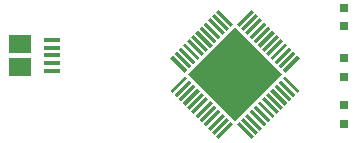
<source format=gbr>
G04 #@! TF.FileFunction,Paste,Top*
%FSLAX46Y46*%
G04 Gerber Fmt 4.6, Leading zero omitted, Abs format (unit mm)*
G04 Created by KiCad (PCBNEW 4.0.7) date 10/12/17 20:38:22*
%MOMM*%
%LPD*%
G01*
G04 APERTURE LIST*
%ADD10C,0.100000*%
%ADD11R,0.800000X0.800000*%
%ADD12R,1.900000X1.500000*%
%ADD13R,1.350000X0.400000*%
G04 APERTURE END LIST*
D10*
G36*
X155321000Y-108074398D02*
X151361202Y-104114600D01*
X155321000Y-100154802D01*
X159280798Y-104114600D01*
X155321000Y-108074398D01*
X155321000Y-108074398D01*
G37*
G36*
X151078359Y-103973178D02*
X149840923Y-102735742D01*
X150053055Y-102523610D01*
X151290491Y-103761046D01*
X151078359Y-103973178D01*
X151078359Y-103973178D01*
G37*
G36*
X151431912Y-103619625D02*
X150194476Y-102382189D01*
X150406608Y-102170057D01*
X151644044Y-103407493D01*
X151431912Y-103619625D01*
X151431912Y-103619625D01*
G37*
G36*
X151785466Y-103266071D02*
X150548030Y-102028635D01*
X150760162Y-101816503D01*
X151997598Y-103053939D01*
X151785466Y-103266071D01*
X151785466Y-103266071D01*
G37*
G36*
X152139019Y-102912518D02*
X150901583Y-101675082D01*
X151113715Y-101462950D01*
X152351151Y-102700386D01*
X152139019Y-102912518D01*
X152139019Y-102912518D01*
G37*
G36*
X152492572Y-102558965D02*
X151255136Y-101321529D01*
X151467268Y-101109397D01*
X152704704Y-102346833D01*
X152492572Y-102558965D01*
X152492572Y-102558965D01*
G37*
G36*
X151820822Y-100755843D02*
X153058258Y-101993279D01*
X152846126Y-102205411D01*
X151608690Y-100967975D01*
X151820822Y-100755843D01*
X151820822Y-100755843D01*
G37*
G36*
X153199679Y-101851858D02*
X151962243Y-100614422D01*
X152174375Y-100402290D01*
X153411811Y-101639726D01*
X153199679Y-101851858D01*
X153199679Y-101851858D01*
G37*
G36*
X153553233Y-101498304D02*
X152315797Y-100260868D01*
X152527929Y-100048736D01*
X153765365Y-101286172D01*
X153553233Y-101498304D01*
X153553233Y-101498304D01*
G37*
G36*
X153906786Y-101144751D02*
X152669350Y-99907315D01*
X152881482Y-99695183D01*
X154118918Y-100932619D01*
X153906786Y-101144751D01*
X153906786Y-101144751D01*
G37*
G36*
X154260339Y-100791198D02*
X153022903Y-99553762D01*
X153235035Y-99341630D01*
X154472471Y-100579066D01*
X154260339Y-100791198D01*
X154260339Y-100791198D01*
G37*
G36*
X154613893Y-100437644D02*
X153376457Y-99200208D01*
X153588589Y-98988076D01*
X154826025Y-100225512D01*
X154613893Y-100437644D01*
X154613893Y-100437644D01*
G37*
G36*
X154967446Y-100084091D02*
X153730010Y-98846655D01*
X153942142Y-98634523D01*
X155179578Y-99871959D01*
X154967446Y-100084091D01*
X154967446Y-100084091D01*
G37*
G36*
X153411811Y-106589474D02*
X152174375Y-107826910D01*
X151962243Y-107614778D01*
X153199679Y-106377342D01*
X153411811Y-106589474D01*
X153411811Y-106589474D01*
G37*
G36*
X153058258Y-106235921D02*
X151820822Y-107473357D01*
X151608690Y-107261225D01*
X152846126Y-106023789D01*
X153058258Y-106235921D01*
X153058258Y-106235921D01*
G37*
G36*
X152704704Y-105882367D02*
X151467268Y-107119803D01*
X151255136Y-106907671D01*
X152492572Y-105670235D01*
X152704704Y-105882367D01*
X152704704Y-105882367D01*
G37*
G36*
X152351151Y-105528814D02*
X151113715Y-106766250D01*
X150901583Y-106554118D01*
X152139019Y-105316682D01*
X152351151Y-105528814D01*
X152351151Y-105528814D01*
G37*
G36*
X151997598Y-105175261D02*
X150760162Y-106412697D01*
X150548030Y-106200565D01*
X151785466Y-104963129D01*
X151997598Y-105175261D01*
X151997598Y-105175261D01*
G37*
G36*
X151644044Y-104821707D02*
X150406608Y-106059143D01*
X150194476Y-105847011D01*
X151431912Y-104609575D01*
X151644044Y-104821707D01*
X151644044Y-104821707D01*
G37*
G36*
X153765365Y-106943028D02*
X152527929Y-108180464D01*
X152315797Y-107968332D01*
X153553233Y-106730896D01*
X153765365Y-106943028D01*
X153765365Y-106943028D01*
G37*
G36*
X151290491Y-104468154D02*
X150053055Y-105705590D01*
X149840923Y-105493458D01*
X151078359Y-104256022D01*
X151290491Y-104468154D01*
X151290491Y-104468154D01*
G37*
G36*
X154118918Y-107296581D02*
X152881482Y-108534017D01*
X152669350Y-108321885D01*
X153906786Y-107084449D01*
X154118918Y-107296581D01*
X154118918Y-107296581D01*
G37*
G36*
X154472471Y-107650134D02*
X153235035Y-108887570D01*
X153022903Y-108675438D01*
X154260339Y-107438002D01*
X154472471Y-107650134D01*
X154472471Y-107650134D01*
G37*
G36*
X154826025Y-108003688D02*
X153588589Y-109241124D01*
X153376457Y-109028992D01*
X154613893Y-107791556D01*
X154826025Y-108003688D01*
X154826025Y-108003688D01*
G37*
G36*
X155179578Y-108357241D02*
X153942142Y-109594677D01*
X153730010Y-109382545D01*
X154967446Y-108145109D01*
X155179578Y-108357241D01*
X155179578Y-108357241D01*
G37*
G36*
X158821178Y-107473357D02*
X157583742Y-106235921D01*
X157795874Y-106023789D01*
X159033310Y-107261225D01*
X158821178Y-107473357D01*
X158821178Y-107473357D01*
G37*
G36*
X158467625Y-107826910D02*
X157230189Y-106589474D01*
X157442321Y-106377342D01*
X158679757Y-107614778D01*
X158467625Y-107826910D01*
X158467625Y-107826910D01*
G37*
G36*
X158114071Y-108180464D02*
X156876635Y-106943028D01*
X157088767Y-106730896D01*
X158326203Y-107968332D01*
X158114071Y-108180464D01*
X158114071Y-108180464D01*
G37*
G36*
X157760518Y-108534017D02*
X156523082Y-107296581D01*
X156735214Y-107084449D01*
X157972650Y-108321885D01*
X157760518Y-108534017D01*
X157760518Y-108534017D01*
G37*
G36*
X157406965Y-108887570D02*
X156169529Y-107650134D01*
X156381661Y-107438002D01*
X157619097Y-108675438D01*
X157406965Y-108887570D01*
X157406965Y-108887570D01*
G37*
G36*
X157053411Y-109241124D02*
X155815975Y-108003688D01*
X156028107Y-107791556D01*
X157265543Y-109028992D01*
X157053411Y-109241124D01*
X157053411Y-109241124D01*
G37*
G36*
X156699858Y-109594677D02*
X155462422Y-108357241D01*
X155674554Y-108145109D01*
X156911990Y-109382545D01*
X156699858Y-109594677D01*
X156699858Y-109594677D01*
G37*
G36*
X159174732Y-107119803D02*
X157937296Y-105882367D01*
X158149428Y-105670235D01*
X159386864Y-106907671D01*
X159174732Y-107119803D01*
X159174732Y-107119803D01*
G37*
G36*
X159528285Y-106766250D02*
X158290849Y-105528814D01*
X158502981Y-105316682D01*
X159740417Y-106554118D01*
X159528285Y-106766250D01*
X159528285Y-106766250D01*
G37*
G36*
X159881838Y-106412697D02*
X158644402Y-105175261D01*
X158856534Y-104963129D01*
X160093970Y-106200565D01*
X159881838Y-106412697D01*
X159881838Y-106412697D01*
G37*
G36*
X160235392Y-106059143D02*
X158997956Y-104821707D01*
X159210088Y-104609575D01*
X160447524Y-105847011D01*
X160235392Y-106059143D01*
X160235392Y-106059143D01*
G37*
G36*
X160588945Y-105705590D02*
X159351509Y-104468154D01*
X159563641Y-104256022D01*
X160801077Y-105493458D01*
X160588945Y-105705590D01*
X160588945Y-105705590D01*
G37*
G36*
X158679757Y-100614422D02*
X157442321Y-101851858D01*
X157230189Y-101639726D01*
X158467625Y-100402290D01*
X158679757Y-100614422D01*
X158679757Y-100614422D01*
G37*
G36*
X159033310Y-100967975D02*
X157795874Y-102205411D01*
X157583742Y-101993279D01*
X158821178Y-100755843D01*
X159033310Y-100967975D01*
X159033310Y-100967975D01*
G37*
G36*
X158326203Y-100260868D02*
X157088767Y-101498304D01*
X156876635Y-101286172D01*
X158114071Y-100048736D01*
X158326203Y-100260868D01*
X158326203Y-100260868D01*
G37*
G36*
X157972650Y-99907315D02*
X156735214Y-101144751D01*
X156523082Y-100932619D01*
X157760518Y-99695183D01*
X157972650Y-99907315D01*
X157972650Y-99907315D01*
G37*
G36*
X157619097Y-99553762D02*
X156381661Y-100791198D01*
X156169529Y-100579066D01*
X157406965Y-99341630D01*
X157619097Y-99553762D01*
X157619097Y-99553762D01*
G37*
G36*
X157265543Y-99200208D02*
X156028107Y-100437644D01*
X155815975Y-100225512D01*
X157053411Y-98988076D01*
X157265543Y-99200208D01*
X157265543Y-99200208D01*
G37*
G36*
X156911990Y-98846655D02*
X155674554Y-100084091D01*
X155462422Y-99871959D01*
X156699858Y-98634523D01*
X156911990Y-98846655D01*
X156911990Y-98846655D01*
G37*
G36*
X159386864Y-101321529D02*
X158149428Y-102558965D01*
X157937296Y-102346833D01*
X159174732Y-101109397D01*
X159386864Y-101321529D01*
X159386864Y-101321529D01*
G37*
G36*
X159740417Y-101675082D02*
X158502981Y-102912518D01*
X158290849Y-102700386D01*
X159528285Y-101462950D01*
X159740417Y-101675082D01*
X159740417Y-101675082D01*
G37*
G36*
X160093970Y-102028635D02*
X158856534Y-103266071D01*
X158644402Y-103053939D01*
X159881838Y-101816503D01*
X160093970Y-102028635D01*
X160093970Y-102028635D01*
G37*
G36*
X160447524Y-102382189D02*
X159210088Y-103619625D01*
X158997956Y-103407493D01*
X160235392Y-102170057D01*
X160447524Y-102382189D01*
X160447524Y-102382189D01*
G37*
G36*
X160801077Y-102735742D02*
X159563641Y-103973178D01*
X159351509Y-103761046D01*
X160588945Y-102523610D01*
X160801077Y-102735742D01*
X160801077Y-102735742D01*
G37*
D11*
X164541200Y-98463200D03*
X164541200Y-100063200D03*
X164541200Y-102717600D03*
X164541200Y-104317600D03*
D12*
X137089400Y-103514400D03*
D13*
X139789400Y-101864400D03*
X139789400Y-101214400D03*
X139789400Y-103814400D03*
X139789400Y-103164400D03*
X139789400Y-102514400D03*
D12*
X137089400Y-101514400D03*
D11*
X164541200Y-106730800D03*
X164541200Y-108330800D03*
M02*

</source>
